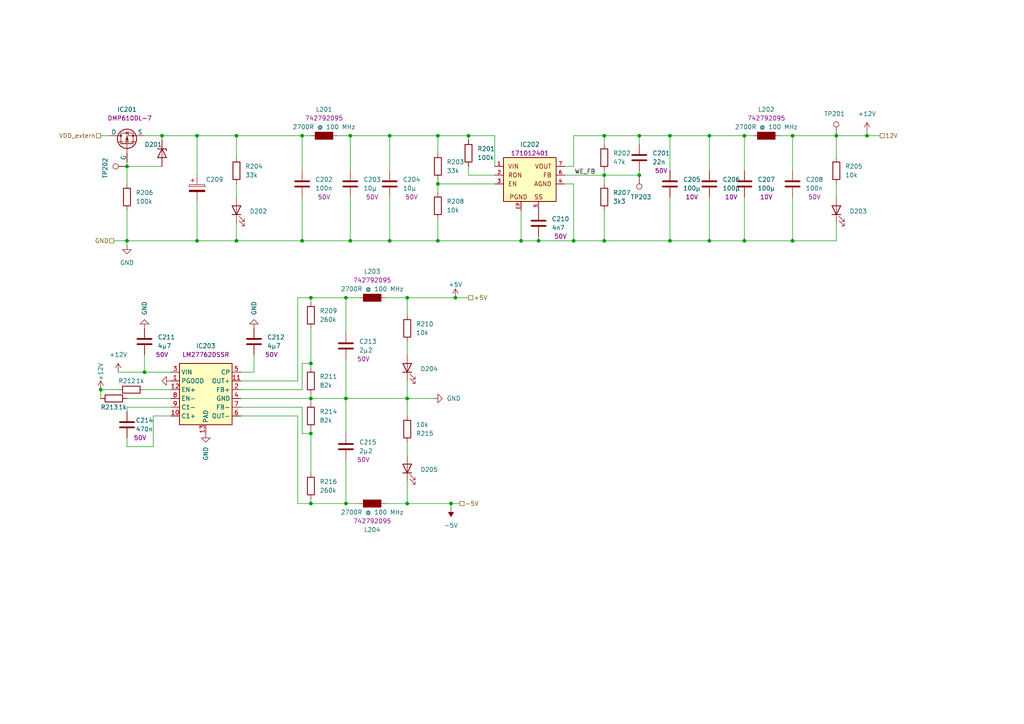
<source format=kicad_sch>
(kicad_sch (version 20230121) (generator eeschema)
  (paper "A4")
  (lib_symbols
    (symbol "BestParts_ICs:171020601-MAGI³C-VDRM" (pin_names (offset 1.016))
      (property "Reference" "IC" (at 0 10.16 0))
      (property "Part Number" "171012401" (at 0 8.89 0))
      (symbol "171020601-MAGI³C-VDRM_0_0"
        (rectangle (start -7.62 7.62) (end 7.62 -5.08) (stroke (width 0.254)) (fill (type background)))
        (text "AGND" (at 6.35 0 0) (effects (font (size 1.27 1.27)) (justify right)))
        (text "EN" (at -6.35 0 0) (effects (font (size 1.27 1.27)) (justify left)))
        (text "FB" (at 6.35 2.54 0) (effects (font (size 1.27 1.27)) (justify right)))
        (text "PGND" (at -3.302 -3.81 0) (effects (font (size 1.27 1.27))))
        (text "RON" (at -6.35 2.54 0) (effects (font (size 1.27 1.27)) (justify left)))
        (text "SS" (at 2.54 -3.81 0) (effects (font (size 1.27 1.27))))
        (text "VIN" (at -6.35 5.08 0) (effects (font (size 1.27 1.27)) (justify left)))
        (text "VOUT" (at 6.35 5.08 0) (effects (font (size 1.27 1.27)) (justify right)))
      )
      (symbol "171020601-MAGI³C-VDRM_1_0"
        (pin passive line (at -10.16 5.08 0) (length 2.54) (name "~") (number "1"))
        (pin passive line (at -10.16 2.54 0) (length 2.54) (name "~") (number "2"))
        (pin passive line (at -10.16 0 0) (length 2.54) (name "~") (number "3"))
        (pin passive line (at 10.16 0 180) (length 2.54) (name "~") (number "4"))
        (pin passive line (at 2.54 -7.62 90) (length 2.54) (name "~") (number "5"))
        (pin passive line (at 10.16 2.54 180) (length 2.54) (name "~") (number "6"))
        (pin passive line (at 10.16 5.08 180) (length 2.54) (name "~") (number "7"))
        (pin passive line (at -2.54 -7.62 90) (length 2.54) (name "~") (number "EP"))
      )
    )
    (symbol "BestParts_ICs:LM27762DSSR"
      (property "Reference" "IC203" (at 0 13.97 0))
      (property "Part Number" "LM27762DSSR" (at 0 11.43 0))
      (symbol "LM27762DSSR_1_1"
        (rectangle (start -7.62 8.89) (end 7.62 -8.89) (stroke (width 0.254)) (fill (type background)))
        (pin output line (at -10.16 3.81 0) (length 2.54) (name "PGOOD") (number "1"))
        (pin power_in line (at -10.16 -6.35 0) (length 2.54) (name "C1+") (number "10"))
        (pin power_in line (at 10.16 3.81 180) (length 2.54) (name "OUT+") (number "11"))
        (pin input line (at -10.16 1.27 0) (length 2.54) (name "EN+") (number "12"))
        (pin power_in line (at 0 -11.43 90) (length 2.54) (name "PAD") (number "13"))
        (pin power_in line (at 10.16 1.27 180) (length 2.54) (name "FB+") (number "2"))
        (pin power_in line (at -10.16 6.35 0) (length 2.54) (name "VIN") (number "3"))
        (pin power_in line (at 10.16 -1.27 180) (length 2.54) (name "GND") (number "4"))
        (pin power_in line (at 10.16 6.35 180) (length 2.54) (name "CP") (number "5"))
        (pin power_in line (at 10.16 -6.35 180) (length 2.54) (name "OUT-") (number "6"))
        (pin power_in line (at 10.16 -3.81 180) (length 2.54) (name "FB-") (number "7"))
        (pin input line (at -10.16 -1.27 0) (length 2.54) (name "EN-") (number "8"))
        (pin power_in line (at -10.16 -3.81 0) (length 2.54) (name "C1-") (number "9"))
      )
    )
    (symbol "Connector:TestPoint" (pin_numbers hide) (pin_names (offset 0.762) hide)
      (property "Reference" "TP" (at 0 6.858 0))
      (property "Value" "TestPoint" (at 0 5.08 0))
      (symbol "TestPoint_0_1"
        (circle (center 0 3.302) (radius 0.762))
      )
      (symbol "TestPoint_1_1"
        (pin passive line (at 0 0 90) (length 2.54) (name "1") (number "1"))
      )
    )
    (symbol "Device:C" (pin_numbers hide) (pin_names (offset 0.254))
      (property "Reference" "C" (at 0.635 2.54 0))
      (property "Value" "C" (at 0.635 -2.54 0))
      (symbol "C_0_1"
        (polyline (pts (xy -2.032 -0.762) (xy 2.032 -0.762)) (stroke (width 0.508)))
        (polyline (pts (xy -2.032 0.762) (xy 2.032 0.762)) (stroke (width 0.508)))
      )
      (symbol "C_1_1"
        (pin passive line (at 0 3.81 270) (length 2.794) (name "~") (number "1"))
        (pin passive line (at 0 -3.81 90) (length 2.794) (name "~") (number "2"))
      )
    )
    (symbol "Device:C_Polarized" (pin_numbers hide) (pin_names (offset 0.254))
      (property "Reference" "C" (at 0.635 2.54 0))
      (property "Value" "C_Polarized" (at 0.635 -2.54 0))
      (symbol "C_Polarized_0_1"
        (rectangle (start -2.286 0.508) (end 2.286 1.016))
        (polyline (pts (xy -1.778 2.286) (xy -0.762 2.286)))
        (polyline (pts (xy -1.27 2.794) (xy -1.27 1.778)))
        (rectangle (start 2.286 -0.508) (end -2.286 -1.016) (fill (type outline)))
      )
      (symbol "C_Polarized_1_1"
        (pin passive line (at 0 3.81 270) (length 2.794) (name "~") (number "1"))
        (pin passive line (at 0 -3.81 90) (length 2.794) (name "~") (number "2"))
      )
    )
    (symbol "Device:D_Zener" (pin_numbers hide) (pin_names (offset 1.016) hide)
      (property "Reference" "D" (at 0 2.54 0))
      (property "Value" "D_Zener" (at 0 -2.54 0))
      (symbol "D_Zener_0_1"
        (polyline (pts (xy 1.27 0) (xy -1.27 0)))
        (polyline (pts (xy -1.27 -1.27) (xy -1.27 1.27) (xy -0.762 1.27)) (stroke (width 0.254)))
        (polyline (pts (xy 1.27 -1.27) (xy 1.27 1.27) (xy -1.27 0) (xy 1.27 -1.27)) (stroke (width 0.254)))
      )
      (symbol "D_Zener_1_1"
        (pin passive line (at -3.81 0 0) (length 2.54) (name "K") (number "1"))
        (pin passive line (at 3.81 0 180) (length 2.54) (name "A") (number "2"))
      )
    )
    (symbol "Device:LED" (pin_numbers hide) (pin_names (offset 1.016) hide)
      (property "Reference" "D" (at 0 2.54 0))
      (property "Value" "LED" (at 0 -2.54 0))
      (symbol "LED_0_1"
        (polyline (pts (xy -1.27 -1.27) (xy -1.27 1.27)) (stroke (width 0.254)))
        (polyline (pts (xy -1.27 0) (xy 1.27 0)))
        (polyline (pts (xy 1.27 -1.27) (xy 1.27 1.27) (xy -1.27 0) (xy 1.27 -1.27)) (stroke (width 0.254)))
        (polyline (pts (xy -3.048 -0.762) (xy -4.572 -2.286) (xy -3.81 -2.286) (xy -4.572 -2.286) (xy -4.572 -1.524)))
        (polyline (pts (xy -1.778 -0.762) (xy -3.302 -2.286) (xy -2.54 -2.286) (xy -3.302 -2.286) (xy -3.302 -1.524)))
      )
      (symbol "LED_1_1"
        (pin passive line (at -3.81 0 0) (length 2.54) (name "K") (number "1"))
        (pin passive line (at 3.81 0 180) (length 2.54) (name "A") (number "2"))
      )
    )
    (symbol "Device:R" (pin_numbers hide) (pin_names (offset 0))
      (property "Reference" "R" (at 2.032 0 90))
      (property "Value" "R" (at 0 0 90))
      (symbol "R_0_1"
        (rectangle (start -1.016 -2.54) (end 1.016 2.54) (stroke (width 0.254)))
      )
      (symbol "R_1_1"
        (pin passive line (at 0 3.81 270) (length 1.27) (name "~") (number "1"))
        (pin passive line (at 0 -3.81 90) (length 1.27) (name "~") (number "2"))
      )
    )
    (symbol "Ferrit_1" (pin_numbers hide)
      (property "Reference" "L" (at 0 2.54 0))
      (symbol "Ferrit_1_1_1"
        (rectangle (start -2.54 1.016) (end 2.54 -1.016) (stroke (width 0.254)) (fill (type outline)))
        (pin passive line (at -3.81 0 0) (length 1.27) (name "") (number "1"))
        (pin passive line (at 3.81 0 180) (length 1.27) (name "") (number "2"))
      )
    )
    (symbol "Simulation_SPICE:PMOS" (pin_numbers hide) (pin_names (offset 0))
      (property "Reference" "IC201" (at 0 10.16 90))
      (property "Part Number" "DMP610DL-7 " (at -2.54 8.89 90))
      (symbol "PMOS_0_1"
        (polyline (pts (xy 0.254 0) (xy -2.54 0)))
        (polyline (pts (xy 0.254 1.905) (xy 0.254 -1.905)) (stroke (width 0.254)))
        (polyline (pts (xy 0.762 -1.27) (xy 0.762 -2.286)) (stroke (width 0.254)))
        (polyline (pts (xy 0.762 0.508) (xy 0.762 -0.508)) (stroke (width 0.254)))
        (polyline (pts (xy 0.762 2.286) (xy 0.762 1.27)) (stroke (width 0.254)))
        (polyline (pts (xy 2.54 2.54) (xy 2.54 1.778)))
        (polyline (pts (xy 2.54 -2.54) (xy 2.54 0) (xy 0.762 0)))
        (polyline (pts (xy 0.762 1.778) (xy 3.302 1.778) (xy 3.302 -1.778) (xy 0.762 -1.778)))
        (polyline (pts (xy 2.286 0) (xy 1.27 0.381) (xy 1.27 -0.381) (xy 2.286 0)) (fill (type outline)))
        (polyline (pts (xy 2.794 -0.508) (xy 2.921 -0.381) (xy 3.683 -0.381) (xy 3.81 -0.254)))
        (polyline (pts (xy 3.302 -0.381) (xy 2.921 0.254) (xy 3.683 0.254) (xy 3.302 -0.381)))
        (circle (center 1.651 0) (radius 2.794) (stroke (width 0.254)))
        (circle (center 2.54 -1.778) (radius 0.254) (fill (type outline)))
        (circle (center 2.54 1.778) (radius 0.254) (fill (type outline)))
      )
      (symbol "PMOS_1_1"
        (pin input line (at -5.08 0 0) (length 2.54) (name "G") (number "1"))
        (pin passive line (at 2.54 -5.08 90) (length 2.54) (name "S") (number "2"))
        (pin passive line (at 2.54 5.08 270) (length 2.54) (name "D") (number "3"))
      )
    )
    (symbol "power:+12V" (power) (pin_names (offset 0))
      (property "Value" "+12V" (at 0 3.556 0))
      (symbol "+12V_0_1"
        (polyline (pts (xy -0.762 1.27) (xy 0 2.54)))
        (polyline (pts (xy 0 0) (xy 0 2.54)))
        (polyline (pts (xy 0 2.54) (xy 0.762 1.27)))
      )
      (symbol "+12V_1_1"
        (pin power_in line (at 0 0 90) (length 0) hide (name "+12V") (number "1"))
      )
    )
    (symbol "power:+5V" (power) (pin_names (offset 0))
      (property "Value" "+5V" (at 0 3.556 0))
      (symbol "+5V_0_1"
        (polyline (pts (xy -0.762 1.27) (xy 0 2.54)))
        (polyline (pts (xy 0 0) (xy 0 2.54)))
        (polyline (pts (xy 0 2.54) (xy 0.762 1.27)))
      )
      (symbol "+5V_1_1"
        (pin power_in line (at 0 0 90) (length 0) hide (name "+5V") (number "1"))
      )
    )
    (symbol "power:-5V" (power) (pin_names (offset 0))
      (property "Value" "-5V" (at 0 3.81 0))
      (symbol "-5V_0_0"
        (pin power_in line (at 0 0 90) (length 0) hide (name "-5V") (number "1"))
      )
      (symbol "-5V_0_1"
        (polyline (pts (xy 0 0) (xy 0 1.27) (xy 0.762 1.27) (xy 0 2.54) (xy -0.762 1.27) (xy 0 1.27)) (fill (type outline)))
      )
    )
    (symbol "power:GND" (power) (pin_names (offset 0))
      (property "Value" "GND" (at 0 -3.81 0))
      (symbol "GND_0_1"
        (polyline (pts (xy 0 0) (xy 0 -1.27) (xy 1.27 -1.27) (xy 0 -2.54) (xy -1.27 -1.27) (xy 0 -1.27)))
      )
      (symbol "GND_1_1"
        (pin power_in line (at 0 0 270) (length 0) hide (name "GND") (number "1"))
      )
    )
  )
  (junction (at 68.58 69.85))
  (junction (at 205.74 39.37))
  (junction (at 156.21 69.85))
  (junction (at 194.31 69.85))
  (junction (at 242.57 39.37))
  (junction (at 166.37 69.85))
  (junction (at 57.15 69.85))
  (junction (at 100.33 115.57))
  (junction (at 90.17 146.05))
  (junction (at 175.26 50.8))
  (junction (at 113.03 39.37))
  (junction (at 36.83 48.26))
  (junction (at 251.46 39.37))
  (junction (at 87.63 69.85))
  (junction (at 57.15 39.37))
  (junction (at 215.9 69.85))
  (junction (at 185.42 50.8))
  (junction (at 205.74 69.85))
  (junction (at 127 39.37))
  (junction (at 29.21 113.03))
  (junction (at 118.11 146.05))
  (junction (at 185.42 39.37))
  (junction (at 90.17 125.73))
  (junction (at 194.31 39.37))
  (junction (at 151.13 69.85))
  (junction (at 100.33 86.36))
  (junction (at 132.08 86.36))
  (junction (at 46.99 39.37))
  (junction (at 215.9 39.37))
  (junction (at 175.26 69.85))
  (junction (at 90.17 105.41))
  (junction (at 87.63 39.37))
  (junction (at 118.11 115.57))
  (junction (at 36.83 69.85))
  (junction (at 127 53.34))
  (junction (at 90.17 86.36))
  (junction (at 127 69.85))
  (junction (at 68.58 39.37))
  (junction (at 101.6 69.85))
  (junction (at 41.91 107.95))
  (junction (at 175.26 39.37))
  (junction (at 101.6 39.37))
  (junction (at 100.33 146.05))
  (junction (at 229.87 39.37))
  (junction (at 118.11 86.36))
  (junction (at 229.87 69.85))
  (junction (at 135.89 39.37))
  (junction (at 130.81 146.05))
  (junction (at 113.03 69.85))
  (junction (at 90.17 115.57))
  (wire (pts (xy 175.26 49.53) (xy 175.26 50.8)))
  (wire (pts (xy 100.33 86.36) (xy 104.14 86.36)))
  (wire (pts (xy 87.63 105.41) (xy 90.17 105.41)))
  (wire (pts (xy 113.03 69.85) (xy 127 69.85)))
  (wire (pts (xy 100.33 133.35) (xy 100.33 146.05)))
  (wire (pts (xy 36.83 127) (xy 36.83 129.54)))
  (wire (pts (xy 29.21 39.37) (xy 31.75 39.37)))
  (wire (pts (xy 215.9 39.37) (xy 215.9 49.53)))
  (wire (pts (xy 36.83 115.57) (xy 49.53 115.57)))
  (wire (pts (xy 68.58 53.34) (xy 68.58 57.15)))
  (wire (pts (xy 194.31 69.85) (xy 205.74 69.85)))
  (wire (pts (xy 29.21 113.03) (xy 29.21 115.57)))
  (wire (pts (xy 44.45 120.65) (xy 44.45 129.54)))
  (wire (pts (xy 111.76 86.36) (xy 118.11 86.36)))
  (wire (pts (xy 118.11 110.49) (xy 118.11 115.57)))
  (wire (pts (xy 29.21 113.03) (xy 34.29 113.03)))
  (wire (pts (xy 36.83 60.96) (xy 36.83 69.85)))
  (wire (pts (xy 175.26 39.37) (xy 185.42 39.37)))
  (wire (pts (xy 111.76 146.05) (xy 118.11 146.05)))
  (wire (pts (xy 242.57 53.34) (xy 242.57 57.15)))
  (wire (pts (xy 36.83 129.54) (xy 44.45 129.54)))
  (wire (pts (xy 135.89 39.37) (xy 135.89 40.64)))
  (wire (pts (xy 41.91 102.87) (xy 41.91 107.95)))
  (wire (pts (xy 185.42 49.53) (xy 185.42 50.8)))
  (wire (pts (xy 33.02 69.85) (xy 36.83 69.85)))
  (wire (pts (xy 73.66 102.87) (xy 73.66 107.95)))
  (wire (pts (xy 90.17 124.46) (xy 90.17 125.73)))
  (wire (pts (xy 90.17 95.25) (xy 90.17 105.41)))
  (wire (pts (xy 166.37 69.85) (xy 175.26 69.85)))
  (wire (pts (xy 118.11 120.65) (xy 118.11 115.57)))
  (wire (pts (xy 175.26 69.85) (xy 194.31 69.85)))
  (wire (pts (xy 90.17 144.78) (xy 90.17 146.05)))
  (wire (pts (xy 36.83 46.99) (xy 36.83 48.26)))
  (wire (pts (xy 163.83 48.26) (xy 166.37 48.26)))
  (wire (pts (xy 36.83 48.26) (xy 46.99 48.26)))
  (wire (pts (xy 118.11 86.36) (xy 132.08 86.36)))
  (wire (pts (xy 113.03 39.37) (xy 127 39.37)))
  (wire (pts (xy 229.87 57.15) (xy 229.87 69.85)))
  (wire (pts (xy 166.37 53.34) (xy 166.37 69.85)))
  (wire (pts (xy 127 39.37) (xy 127 44.45)))
  (wire (pts (xy 163.83 53.34) (xy 166.37 53.34)))
  (wire (pts (xy 90.17 115.57) (xy 100.33 115.57)))
  (wire (pts (xy 166.37 39.37) (xy 175.26 39.37)))
  (wire (pts (xy 113.03 39.37) (xy 113.03 49.53)))
  (wire (pts (xy 41.91 113.03) (xy 49.53 113.03)))
  (wire (pts (xy 118.11 132.08) (xy 118.11 128.27)))
  (wire (pts (xy 69.85 113.03) (xy 87.63 113.03)))
  (wire (pts (xy 242.57 39.37) (xy 242.57 45.72)))
  (wire (pts (xy 132.08 86.36) (xy 135.89 86.36)))
  (wire (pts (xy 156.21 68.58) (xy 156.21 69.85)))
  (wire (pts (xy 175.26 50.8) (xy 185.42 50.8)))
  (wire (pts (xy 101.6 69.85) (xy 113.03 69.85)))
  (wire (pts (xy 156.21 69.85) (xy 166.37 69.85)))
  (wire (pts (xy 185.42 39.37) (xy 194.31 39.37)))
  (wire (pts (xy 86.36 86.36) (xy 90.17 86.36)))
  (wire (pts (xy 68.58 39.37) (xy 68.58 45.72)))
  (wire (pts (xy 205.74 39.37) (xy 205.74 49.53)))
  (wire (pts (xy 151.13 69.85) (xy 156.21 69.85)))
  (wire (pts (xy 86.36 120.65) (xy 86.36 146.05)))
  (wire (pts (xy 87.63 39.37) (xy 87.63 49.53)))
  (wire (pts (xy 100.33 104.14) (xy 100.33 115.57)))
  (wire (pts (xy 113.03 57.15) (xy 113.03 69.85)))
  (wire (pts (xy 36.83 71.12) (xy 36.83 69.85)))
  (wire (pts (xy 57.15 58.42) (xy 57.15 69.85)))
  (wire (pts (xy 118.11 86.36) (xy 118.11 91.44)))
  (wire (pts (xy 68.58 64.77) (xy 68.58 69.85)))
  (wire (pts (xy 251.46 39.37) (xy 251.46 38.1)))
  (wire (pts (xy 100.33 115.57) (xy 118.11 115.57)))
  (wire (pts (xy 46.99 39.37) (xy 46.99 40.64)))
  (wire (pts (xy 194.31 39.37) (xy 194.31 49.53)))
  (wire (pts (xy 90.17 86.36) (xy 90.17 87.63)))
  (wire (pts (xy 166.37 39.37) (xy 166.37 48.26)))
  (wire (pts (xy 205.74 57.15) (xy 205.74 69.85)))
  (wire (pts (xy 163.83 50.8) (xy 175.26 50.8)))
  (wire (pts (xy 68.58 39.37) (xy 87.63 39.37)))
  (wire (pts (xy 215.9 39.37) (xy 218.44 39.37)))
  (wire (pts (xy 194.31 57.15) (xy 194.31 69.85)))
  (wire (pts (xy 127 69.85) (xy 151.13 69.85)))
  (wire (pts (xy 87.63 125.73) (xy 90.17 125.73)))
  (wire (pts (xy 215.9 57.15) (xy 215.9 69.85)))
  (wire (pts (xy 69.85 115.57) (xy 90.17 115.57)))
  (wire (pts (xy 100.33 86.36) (xy 100.33 96.52)))
  (wire (pts (xy 135.89 48.26) (xy 135.89 50.8)))
  (wire (pts (xy 127 63.5) (xy 127 69.85)))
  (wire (pts (xy 90.17 105.41) (xy 90.17 106.68)))
  (wire (pts (xy 87.63 39.37) (xy 90.17 39.37)))
  (wire (pts (xy 242.57 64.77) (xy 242.57 69.85)))
  (wire (pts (xy 57.15 69.85) (xy 68.58 69.85)))
  (wire (pts (xy 100.33 146.05) (xy 104.14 146.05)))
  (wire (pts (xy 127 52.07) (xy 127 53.34)))
  (wire (pts (xy 194.31 39.37) (xy 205.74 39.37)))
  (wire (pts (xy 242.57 39.37) (xy 251.46 39.37)))
  (wire (pts (xy 90.17 114.3) (xy 90.17 115.57)))
  (wire (pts (xy 69.85 107.95) (xy 73.66 107.95)))
  (wire (pts (xy 36.83 48.26) (xy 36.83 53.34)))
  (wire (pts (xy 69.85 120.65) (xy 86.36 120.65)))
  (wire (pts (xy 100.33 115.57) (xy 100.33 125.73)))
  (wire (pts (xy 68.58 69.85) (xy 87.63 69.85)))
  (wire (pts (xy 86.36 86.36) (xy 86.36 110.49)))
  (wire (pts (xy 229.87 39.37) (xy 229.87 49.53)))
  (wire (pts (xy 185.42 39.37) (xy 185.42 41.91)))
  (wire (pts (xy 205.74 39.37) (xy 215.9 39.37)))
  (wire (pts (xy 87.63 57.15) (xy 87.63 69.85)))
  (wire (pts (xy 87.63 69.85) (xy 101.6 69.85)))
  (wire (pts (xy 90.17 125.73) (xy 90.17 137.16)))
  (wire (pts (xy 135.89 50.8) (xy 143.51 50.8)))
  (wire (pts (xy 175.26 39.37) (xy 175.26 41.91)))
  (wire (pts (xy 118.11 99.06) (xy 118.11 102.87)))
  (wire (pts (xy 175.26 60.96) (xy 175.26 69.85)))
  (wire (pts (xy 90.17 146.05) (xy 100.33 146.05)))
  (wire (pts (xy 57.15 39.37) (xy 57.15 50.8)))
  (wire (pts (xy 143.51 39.37) (xy 143.51 48.26)))
  (wire (pts (xy 87.63 118.11) (xy 87.63 125.73)))
  (wire (pts (xy 36.83 69.85) (xy 57.15 69.85)))
  (wire (pts (xy 229.87 39.37) (xy 242.57 39.37)))
  (wire (pts (xy 46.99 39.37) (xy 57.15 39.37)))
  (wire (pts (xy 86.36 146.05) (xy 90.17 146.05)))
  (wire (pts (xy 101.6 39.37) (xy 113.03 39.37)))
  (wire (pts (xy 44.45 120.65) (xy 49.53 120.65)))
  (wire (pts (xy 118.11 115.57) (xy 125.73 115.57)))
  (wire (pts (xy 205.74 69.85) (xy 215.9 69.85)))
  (wire (pts (xy 151.13 60.96) (xy 151.13 69.85)))
  (wire (pts (xy 101.6 39.37) (xy 101.6 49.53)))
  (wire (pts (xy 130.81 146.05) (xy 133.35 146.05)))
  (wire (pts (xy 36.83 118.11) (xy 49.53 118.11)))
  (wire (pts (xy 175.26 50.8) (xy 175.26 53.34)))
  (wire (pts (xy 118.11 139.7) (xy 118.11 146.05)))
  (wire (pts (xy 69.85 118.11) (xy 87.63 118.11)))
  (wire (pts (xy 101.6 57.15) (xy 101.6 69.85)))
  (wire (pts (xy 36.83 118.11) (xy 36.83 119.38)))
  (wire (pts (xy 127 53.34) (xy 143.51 53.34)))
  (wire (pts (xy 34.29 107.95) (xy 41.91 107.95)))
  (wire (pts (xy 90.17 86.36) (xy 100.33 86.36)))
  (wire (pts (xy 41.91 39.37) (xy 46.99 39.37)))
  (wire (pts (xy 135.89 39.37) (xy 143.51 39.37)))
  (wire (pts (xy 215.9 69.85) (xy 229.87 69.85)))
  (wire (pts (xy 90.17 115.57) (xy 90.17 116.84)))
  (wire (pts (xy 97.79 39.37) (xy 101.6 39.37)))
  (wire (pts (xy 118.11 146.05) (xy 130.81 146.05)))
  (wire (pts (xy 69.85 110.49) (xy 86.36 110.49)))
  (wire (pts (xy 41.91 107.95) (xy 49.53 107.95)))
  (wire (pts (xy 226.06 39.37) (xy 229.87 39.37)))
  (wire (pts (xy 87.63 105.41) (xy 87.63 113.03)))
  (wire (pts (xy 127 39.37) (xy 135.89 39.37)))
  (wire (pts (xy 127 53.34) (xy 127 55.88)))
  (wire (pts (xy 229.87 69.85) (xy 242.57 69.85)))
  (wire (pts (xy 251.46 39.37) (xy 255.27 39.37)))
  (wire (pts (xy 130.81 147.32) (xy 130.81 146.05)))
  (wire (pts (xy 57.15 39.37) (xy 68.58 39.37)))
  (label "WE_FB" (at 172.72 50.8 180))
  (hierarchical_label "VDD_extern" (shape passive) (at 29.21 39.37 180))
  (hierarchical_label "+5V" (shape passive) (at 135.89 86.36 0))
  (hierarchical_label "12V" (shape passive) (at 255.27 39.37 0))
  (hierarchical_label "-5V" (shape passive) (at 133.35 146.05 0))
  (hierarchical_label "GND" (shape passive) (at 33.02 69.85 180))
  (symbol (lib_id "Device:D_Zener") (at 46.99 44.45 270) (unit 1)
    (property "Reference" "D201" (at 41.91 41.91 90) (effects (justify left)))
    (property "Value" "*" (effects hide))
    (property "Footprint" "BestParts_Diodes:D_SOD-323" (effects hide))
  )
  (symbol (lib_id "Device:C") (at 215.9 53.34 0) (unit 1)
    (property "Reference" "C207" (at 219.71 52.07 0) (effects (justify left)))
    (property "Value" "100µ" (at 219.71 54.61 0) (effects (justify left)))
    (property "Footprint" "BestParts_Caps:C_1206" (effects hide))
    (property "Voltage" "10V" (at 222.25 57.15 0))
  )
  (symbol (lib_id "Device:C") (at 185.42 45.72 0) (unit 1)
    (property "Reference" "C201" (at 189.23 44.45 0) (effects (justify left)))
    (property "Value" "22n" (at 189.23 46.99 0) (effects (justify left)))
    (property "Footprint" "BestParts_Caps:C_0603" (effects hide))
    (property "Voltage" "50V" (at 191.77 49.53 0))
  )
  (symbol (lib_id "power:-5V") (at 130.81 147.32 180) (unit 1)
    (property "Reference" "#PWR0211" (effects hide))
    (property "Value" "-5V" (at 130.81 152.4 0))
  )
  (symbol (lib_name "Ferrit_1") (lib_id "BestParts_Inductors:Ferrit") (at 93.98 39.37 0) (unit 1)
    (property "Reference" "L201" (at 93.98 31.75 0))
    (property "Value" "2700R @ 100 MHz" (at 93.98 36.83 0))
    (property "Footprint" "BestParts_Resistors:R_0805" (effects hide))
    (property "Part Number" "742792095" (at 93.98 34.29 0))
  )
  (symbol (lib_id "power:GND") (at 36.83 71.12 0) (unit 1)
    (property "Reference" "#PWR0202" (effects hide))
    (property "Value" "GND" (at 36.83 76.2 0))
  )
  (symbol (lib_id "Device:R") (at 90.17 140.97 0) (unit 1)
    (property "Reference" "R216" (at 92.71 139.7 0) (effects (justify left)))
    (property "Value" "260k" (at 92.71 142.24 0) (effects (justify left)))
    (property "Footprint" "BestParts_Resistors:R_0603" (effects hide))
    (property "Part Number" "Generic" (effects hide))
  )
  (symbol (lib_id "power:GND") (at 125.73 115.57 90) (unit 1)
    (property "Reference" "#PWR0209" (effects hide))
    (property "Value" "GND" (at 129.54 115.57 90) (effects (justify right)))
  )
  (symbol (lib_id "Device:R") (at 118.11 124.46 0) (mirror x) (unit 1)
    (property "Reference" "R215" (at 120.65 125.73 0) (effects (justify left)))
    (property "Value" "10k" (at 120.65 123.19 0) (effects (justify left)))
    (property "Footprint" "BestParts_Resistors:R_0603" (effects hide))
    (property "Part Number" "Generic" (effects hide))
  )
  (symbol (lib_id "Device:R") (at 118.11 95.25 0) (unit 1)
    (property "Reference" "R210" (at 120.65 93.98 0) (effects (justify left)))
    (property "Value" "10k" (at 120.65 96.52 0) (effects (justify left)))
    (property "Footprint" "BestParts_Resistors:R_0603" (effects hide))
    (property "Part Number" "Generic" (effects hide))
  )
  (symbol (lib_id "Device:C_Polarized") (at 57.15 54.61 0) (unit 1)
    (property "Reference" "C209" (at 59.69 52.07 0) (effects (justify left)))
    (property "Value" "*" (effects hide))
    (property "Footprint" "BestParts_Caps:C_1206" (effects hide))
  )
  (symbol (lib_id "BestParts_ICs:171020601-MAGI³C-VDRM") (at 153.67 53.34 0) (unit 1)
    (property "Reference" "IC202" (at 153.67 41.91 0))
    (property "Value" "*" (effects hide))
    (property "Footprint" "BestParts_ICs:MAGI³C-VDRM - TO263-7EP" (effects hide))
    (property "Datasheet" "https://www.we-online.com/components/products/datasheet/171012401.pdf" (effects hide))
    (property "Part Number" "171012401" (at 153.67 44.45 0))
  )
  (symbol (lib_id "Device:LED") (at 118.11 106.68 90) (unit 1)
    (property "Reference" "D204" (at 121.92 106.9975 90) (effects (justify right)))
    (property "Value" "*" (effects hide))
    (property "Footprint" "BestParts_Diodes:D_0603" (effects hide))
  )
  (symbol (lib_id "Device:C") (at 41.91 99.06 0) (unit 1)
    (property "Reference" "C211" (at 45.72 97.79 0) (effects (justify left)))
    (property "Value" "4µ7" (at 45.72 100.33 0) (effects (justify left)))
    (property "Footprint" "BestParts_Caps:C_1206" (effects hide))
    (property "Voltage" "50V" (at 46.99 102.87 0))
  )
  (symbol (lib_id "Simulation_SPICE:PMOS") (at 36.83 41.91 90) (unit 1)
    (property "Reference" "IC201" (at 36.83 31.75 90))
    (property "Value" "*" (effects hide))
    (property "Footprint" "BestParts_ICs:DMP610 - SOT-23-3" (effects hide))
    (property "Part Number" "DMP610DL-7 " (at 38.1 34.29 90))
  )
  (symbol (lib_id "Device:LED") (at 242.57 60.96 90) (unit 1)
    (property "Reference" "D203" (at 246.38 61.2775 90) (effects (justify right)))
    (property "Value" "*" (effects hide))
    (property "Footprint" "BestParts_Diodes:D_0603" (effects hide))
  )
  (symbol (lib_id "Device:R") (at 175.26 45.72 0) (unit 1)
    (property "Reference" "R202" (at 177.8 44.45 0) (effects (justify left)))
    (property "Value" "47k" (at 177.8 46.99 0) (effects (justify left)))
    (property "Footprint" "BestParts_Resistors:R_0603" (effects hide))
    (property "Part Number" "Generic" (effects hide))
  )
  (symbol (lib_id "Device:R") (at 68.58 49.53 0) (unit 1)
    (property "Reference" "R204" (at 71.12 48.26 0) (effects (justify left)))
    (property "Value" "33k" (at 71.12 50.8 0) (effects (justify left)))
    (property "Footprint" "BestParts_Resistors:R_0603" (effects hide))
    (property "Part Number" "Generic" (effects hide))
  )
  (symbol (lib_id "Device:C") (at 156.21 64.77 0) (unit 1)
    (property "Reference" "C210" (at 160.02 63.5 0) (effects (justify left)))
    (property "Value" "4n7" (at 160.02 66.04 0) (effects (justify left)))
    (property "Footprint" "BestParts_Caps:C_0603" (effects hide))
    (property "Voltage" "50V" (at 162.56 68.58 0))
  )
  (symbol (lib_id "Device:R") (at 135.89 44.45 0) (unit 1)
    (property "Reference" "R201" (at 138.43 43.18 0) (effects (justify left)))
    (property "Value" "100k" (at 138.43 45.72 0) (effects (justify left)))
    (property "Footprint" "BestParts_Resistors:R_0603" (effects hide))
    (property "Part Number" "Generic" (effects hide))
  )
  (symbol (lib_id "power:GND") (at 49.53 110.49 270) (unit 1)
    (property "Reference" "#PWR0207" (effects hide))
    (property "Value" "GND" (effects hide))
  )
  (symbol (lib_id "Device:R") (at 36.83 57.15 0) (unit 1)
    (property "Reference" "R206" (at 39.37 55.88 0) (effects (justify left)))
    (property "Value" "100k" (at 39.37 58.42 0) (effects (justify left)))
    (property "Footprint" "BestParts_Resistors:R_0603" (effects hide))
    (property "Part Number" "Generic" (effects hide))
  )
  (symbol (lib_id "Device:C") (at 100.33 100.33 0) (unit 1)
    (property "Reference" "C213" (at 104.14 99.06 0) (effects (justify left)))
    (property "Value" "2µ2" (at 104.14 101.6 0) (effects (justify left)))
    (property "Footprint" "BestParts_Caps:C_0603" (effects hide))
    (property "Voltage" "50V" (at 105.41 104.14 0))
  )
  (symbol (lib_id "power:+5V") (at 132.08 86.36 0) (unit 1)
    (property "Reference" "#PWR0203" (effects hide))
    (property "Value" "+5V" (at 132.08 82.55 0))
  )
  (symbol (lib_id "power:GND") (at 59.69 125.73 0) (unit 1)
    (property "Reference" "#PWR0210" (effects hide))
    (property "Value" "GND" (at 59.69 129.54 90) (effects (justify right)))
  )
  (symbol (lib_id "Connector:TestPoint") (at 36.83 48.26 90) (unit 1)
    (property "Reference" "TP202" (at 30.48 45.72 0) (effects (justify right)))
    (property "Value" "*" (effects hide))
    (property "Footprint" "TestPoint:TestPoint_Pad_D1.5mm" (effects hide))
  )
  (symbol (lib_id "Device:R") (at 127 48.26 0) (unit 1)
    (property "Reference" "R203" (at 129.54 46.99 0) (effects (justify left)))
    (property "Value" "33k" (at 129.54 49.53 0) (effects (justify left)))
    (property "Footprint" "BestParts_Resistors:R_0603" (effects hide))
    (property "Part Number" "Generic" (effects hide))
  )
  (symbol (lib_id "Device:R") (at 90.17 91.44 0) (unit 1)
    (property "Reference" "R209" (at 92.71 90.17 0) (effects (justify left)))
    (property "Value" "260k" (at 92.71 92.71 0) (effects (justify left)))
    (property "Footprint" "BestParts_Resistors:R_0603" (effects hide))
    (property "Part Number" "Generic" (effects hide))
  )
  (symbol (lib_id "power:GND") (at 41.91 95.25 180) (unit 1)
    (property "Reference" "#PWR0204" (effects hide))
    (property "Value" "GND" (at 41.91 91.44 90) (effects (justify right)))
  )
  (symbol (lib_id "power:+12V") (at 29.21 113.03 0) (unit 1)
    (property "Reference" "#PWR0208" (effects hide))
    (property "Value" "+12V" (at 29.21 110.49 90) (effects (justify left)))
  )
  (symbol (lib_id "Device:R") (at 90.17 120.65 0) (unit 1)
    (property "Reference" "R214" (at 92.71 119.38 0) (effects (justify left)))
    (property "Value" "82k" (at 92.71 121.92 0) (effects (justify left)))
    (property "Footprint" "BestParts_Resistors:R_0603" (effects hide))
    (property "Part Number" "Generic" (effects hide))
  )
  (symbol (lib_name "Ferrit_1") (lib_id "BestParts_Inductors:Ferrit") (at 222.25 39.37 0) (unit 1)
    (property "Reference" "L202" (at 222.25 31.75 0))
    (property "Value" "2700R @ 100 MHz" (at 222.25 36.83 0))
    (property "Footprint" "BestParts_Resistors:R_0805" (effects hide))
    (property "Part Number" "742792095" (at 222.25 34.29 0))
  )
  (symbol (lib_id "Device:R") (at 90.17 110.49 0) (unit 1)
    (property "Reference" "R211" (at 92.71 109.22 0) (effects (justify left)))
    (property "Value" "82k" (at 92.71 111.76 0) (effects (justify left)))
    (property "Footprint" "BestParts_Resistors:R_0603" (effects hide))
    (property "Part Number" "Generic" (effects hide))
  )
  (symbol (lib_id "power:+12V") (at 251.46 38.1 0) (unit 1)
    (property "Reference" "#PWR0201" (effects hide))
    (property "Value" "+12V" (at 251.46 33.02 0))
  )
  (symbol (lib_id "Device:C") (at 205.74 53.34 0) (unit 1)
    (property "Reference" "C206" (at 209.55 52.07 0) (effects (justify left)))
    (property "Value" "100µ" (at 209.55 54.61 0) (effects (justify left)))
    (property "Footprint" "BestParts_Caps:C_1206" (effects hide))
    (property "Voltage" "10V" (at 212.09 57.15 0))
  )
  (symbol (lib_id "Device:R") (at 33.02 115.57 90) (mirror x) (unit 1)
    (property "Reference" "R213" (at 31.75 118.11 90))
    (property "Value" "1k" (at 35.56 118.11 90))
    (property "Footprint" "BestParts_Resistors:R_0603" (effects hide))
    (property "Part Number" "Generic" (effects hide))
  )
  (symbol (lib_id "Device:C") (at 113.03 53.34 0) (unit 1)
    (property "Reference" "C204" (at 116.84 52.07 0) (effects (justify left)))
    (property "Value" "10µ" (at 116.84 54.61 0) (effects (justify left)))
    (property "Footprint" "BestParts_Caps:C_1206" (effects hide))
    (property "Voltage" "50V" (at 119.38 57.15 0))
  )
  (symbol (lib_id "Device:R") (at 175.26 57.15 0) (unit 1)
    (property "Reference" "R207" (at 177.8 55.88 0) (effects (justify left)))
    (property "Value" "3k3" (at 177.8 58.42 0) (effects (justify left)))
    (property "Footprint" "BestParts_Resistors:R_0603" (effects hide))
    (property "Part Number" "Generic" (effects hide))
  )
  (symbol (lib_id "Device:R") (at 242.57 49.53 0) (unit 1)
    (property "Reference" "R205" (at 245.11 48.26 0) (effects (justify left)))
    (property "Value" "10k" (at 245.11 50.8 0) (effects (justify left)))
    (property "Footprint" "BestParts_Resistors:R_0603" (effects hide))
    (property "Part Number" "Generic" (effects hide))
  )
  (symbol (lib_id "Connector:TestPoint") (at 242.57 39.37 0) (unit 1)
    (property "Reference" "TP201" (at 245.11 33.02 0) (effects (justify right)))
    (property "Value" "*" (effects hide))
    (property "Footprint" "TestPoint:TestPoint_Pad_D1.5mm" (effects hide))
  )
  (symbol (lib_id "Device:C") (at 36.83 123.19 0) (unit 1)
    (property "Reference" "C214" (at 39.37 121.92 0) (effects (justify left)))
    (property "Value" "470n" (at 39.37 124.46 0) (effects (justify left)))
    (property "Footprint" "BestParts_Caps:C_0603" (effects hide))
    (property "Voltage" "50V" (at 40.64 127 0))
  )
  (symbol (lib_id "Device:C") (at 194.31 53.34 0) (unit 1)
    (property "Reference" "C205" (at 198.12 52.07 0) (effects (justify left)))
    (property "Value" "100µ" (at 198.12 54.61 0) (effects (justify left)))
    (property "Footprint" "BestParts_Caps:C_1206" (effects hide))
    (property "Voltage" "10V" (at 200.66 57.15 0))
  )
  (symbol (lib_id "Device:LED") (at 118.11 135.89 90) (unit 1)
    (property "Reference" "D205" (at 121.92 136.2075 90) (effects (justify right)))
    (property "Value" "*" (effects hide))
    (property "Footprint" "BestParts_Diodes:D_0603" (effects hide))
  )
  (symbol (lib_id "power:+12V") (at 34.29 107.95 0) (unit 1)
    (property "Reference" "#PWR0206" (effects hide))
    (property "Value" "+12V" (at 34.29 102.87 0))
  )
  (symbol (lib_id "Device:C") (at 73.66 99.06 0) (unit 1)
    (property "Reference" "C212" (at 77.47 97.79 0) (effects (justify left)))
    (property "Value" "4µ7" (at 77.47 100.33 0) (effects (justify left)))
    (property "Footprint" "BestParts_Caps:C_1206" (effects hide))
    (property "Voltage" "50V" (at 78.74 102.87 0))
  )
  (symbol (lib_name "Ferrit_1") (lib_id "BestParts_Inductors:Ferrit") (at 107.95 146.05 0) (mirror x) (unit 1)
    (property "Reference" "L204" (at 107.95 153.67 0))
    (property "Value" "2700R @ 100 MHz" (at 107.95 148.59 0))
    (property "Footprint" "BestParts_Resistors:R_0805" (effects hide))
    (property "Part Number" "742792095" (at 107.95 151.13 0))
  )
  (symbol (lib_id "Device:R") (at 38.1 113.03 90) (unit 1)
    (property "Reference" "R212" (at 36.83 110.49 90))
    (property "Value" "1k" (at 40.64 110.49 90))
    (property "Footprint" "BestParts_Resistors:R_0603" (effects hide))
    (property "Part Number" "Generic" (effects hide))
  )
  (symbol (lib_id "Connector:TestPoint") (at 185.42 50.8 180) (unit 1)
    (property "Reference" "TP203" (at 182.88 57.15 0) (effects (justify right)))
    (property "Value" "*" (effects hide))
    (property "Footprint" "TestPoint:TestPoint_Pad_D1.5mm" (effects hide))
  )
  (symbol (lib_id "Device:C") (at 101.6 53.34 0) (unit 1)
    (property "Reference" "C203" (at 105.41 52.07 0) (effects (justify left)))
    (property "Value" "10µ" (at 105.41 54.61 0) (effects (justify left)))
    (property "Footprint" "BestParts_Caps:C_1206" (effects hide))
    (property "Voltage" "50V" (at 107.95 57.15 0))
  )
  (symbol (lib_id "Device:R") (at 127 59.69 0) (unit 1)
    (property "Reference" "R208" (at 129.54 58.42 0) (effects (justify left)))
    (property "Value" "10k" (at 129.54 60.96 0) (effects (justify left)))
    (property "Footprint" "BestParts_Resistors:R_0603" (effects hide))
    (property "Part Number" "Generic" (effects hide))
  )
  (symbol (lib_name "Ferrit_1") (lib_id "BestParts_Inductors:Ferrit") (at 107.95 86.36 0) (unit 1)
    (property "Reference" "L203" (at 107.95 78.74 0))
    (property "Value" "2700R @ 100 MHz" (at 107.95 83.82 0))
    (property "Footprint" "BestParts_Resistors:R_0805" (effects hide))
    (property "Part Number" "742792095" (at 107.95 81.28 0))
  )
  (symbol (lib_id "Device:C") (at 100.33 129.54 0) (unit 1)
    (property "Reference" "C215" (at 104.14 128.27 0) (effects (justify left)))
    (property "Value" "2µ2" (at 104.14 130.81 0) (effects (justify left)))
    (property "Footprint" "BestParts_Caps:C_0603" (effects hide))
    (property "Voltage" "50V" (at 105.41 133.35 0))
  )
  (symbol (lib_id "power:GND") (at 73.66 95.25 180) (unit 1)
    (property "Reference" "#PWR0205" (effects hide))
    (property "Value" "GND" (at 73.66 91.44 90) (effects (justify right)))
  )
  (symbol (lib_id "BestParts_ICs:LM27762DSSR") (at 59.69 114.3 0) (unit 1)
    (property "Reference" "IC203" (at 59.69 100.33 0))
    (property "Value" "*" (effects hide))
    (property "Footprint" "BestParts_ICs:LM27762 - WSON-12" (effects hide))
    (property "Datasheet" "https://www.ti.com/lit/ds/symlink/lm27762.pdf" (effects hide))
    (property "Part Number" "LM27762DSSR" (at 59.69 102.87 0))
  )
  (symbol (lib_id "Device:C") (at 87.63 53.34 0) (unit 1)
    (property "Reference" "C202" (at 91.44 52.07 0) (effects (justify left)))
    (property "Value" "100n" (at 91.44 54.61 0) (effects (justify left)))
    (property "Footprint" "BestParts_Caps:C_0603" (effects hide))
    (property "Voltage" "50V" (at 93.98 57.15 0))
  )
  (symbol (lib_id "Device:LED") (at 68.58 60.96 90) (unit 1)
    (property "Reference" "D202" (at 72.39 61.2775 90) (effects (justify right)))
    (property "Value" "*" (effects hide))
    (property "Footprint" "BestParts_Diodes:D_0603" (effects hide))
  )
  (symbol (lib_id "Device:C") (at 229.87 53.34 0) (unit 1)
    (property "Reference" "C208" (at 233.68 52.07 0) (effects (justify left)))
    (property "Value" "100n" (at 233.68 54.61 0) (effects (justify left)))
    (property "Footprint" "BestParts_Caps:C_0603" (effects hide))
    (property "Voltage" "50V" (at 236.22 57.15 0))
  )
)
</source>
